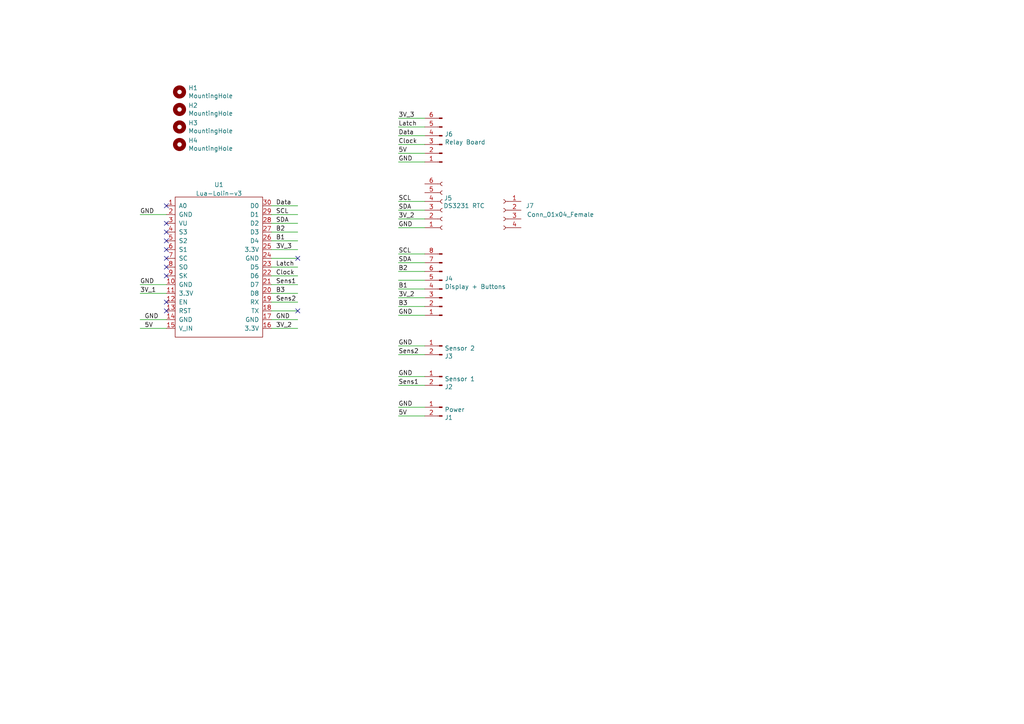
<source format=kicad_sch>
(kicad_sch (version 20211123) (generator eeschema)
  (paper "A4")
  (lib_symbols
    (symbol "Connector:Conn_01x02_Male" (pin_names (offset 1.016) hide)
      (property "Reference" "J" (at 0 2.54 0))
      (property "Value" "Conn_01x02_Male" (at 0 -5.08 0))
      (symbol "Conn_01x02_Male_1_1"
        (polyline (pts (xy 1.27 -2.54) (xy 0.8636 -2.54)) (stroke (width 0.1524)))
        (polyline (pts (xy 1.27 0) (xy 0.8636 0)) (stroke (width 0.1524)))
        (rectangle (start 0.8636 -2.413) (end 0 -2.667) (stroke (width 0.1524)) (fill (type outline)))
        (rectangle (start 0.8636 0.127) (end 0 -0.127) (stroke (width 0.1524)) (fill (type outline)))
        (pin passive line (at 5.08 0 180) (length 3.81) (name "Pin_1") (number "1"))
        (pin passive line (at 5.08 -2.54 180) (length 3.81) (name "Pin_2") (number "2"))
      )
    )
    (symbol "Connector:Conn_01x04_Female" (pin_names (offset 1.016) hide)
      (property "Reference" "J" (at 0 5.08 0))
      (property "Value" "Conn_01x04_Female" (at 0 -7.62 0))
      (symbol "Conn_01x04_Female_1_1"
        (arc (start 0 -4.572) (mid -0.508 -5.08) (end 0 -5.588) (stroke (width 0.1524)))
        (arc (start 0 -2.032) (mid -0.508 -2.54) (end 0 -3.048) (stroke (width 0.1524)))
        (polyline (pts (xy -1.27 -5.08) (xy -0.508 -5.08)) (stroke (width 0.1524)))
        (polyline (pts (xy -1.27 -2.54) (xy -0.508 -2.54)) (stroke (width 0.1524)))
        (polyline (pts (xy -1.27 0) (xy -0.508 0)) (stroke (width 0.1524)))
        (polyline (pts (xy -1.27 2.54) (xy -0.508 2.54)) (stroke (width 0.1524)))
        (arc (start 0 0.508) (mid -0.508 0) (end 0 -0.508) (stroke (width 0.1524)))
        (arc (start 0 3.048) (mid -0.508 2.54) (end 0 2.032) (stroke (width 0.1524)))
        (pin passive line (at -5.08 2.54 0) (length 3.81) (name "Pin_1") (number "1"))
        (pin passive line (at -5.08 0 0) (length 3.81) (name "Pin_2") (number "2"))
        (pin passive line (at -5.08 -2.54 0) (length 3.81) (name "Pin_3") (number "3"))
        (pin passive line (at -5.08 -5.08 0) (length 3.81) (name "Pin_4") (number "4"))
      )
    )
    (symbol "Connector:Conn_01x06_Female" (pin_names (offset 1.016) hide)
      (property "Reference" "J" (at 0 7.62 0))
      (property "Value" "Conn_01x06_Female" (at 0 -10.16 0))
      (symbol "Conn_01x06_Female_1_1"
        (arc (start 0 -7.112) (mid -0.508 -7.62) (end 0 -8.128) (stroke (width 0.1524)))
        (arc (start 0 -4.572) (mid -0.508 -5.08) (end 0 -5.588) (stroke (width 0.1524)))
        (arc (start 0 -2.032) (mid -0.508 -2.54) (end 0 -3.048) (stroke (width 0.1524)))
        (polyline (pts (xy -1.27 -7.62) (xy -0.508 -7.62)) (stroke (width 0.1524)))
        (polyline (pts (xy -1.27 -5.08) (xy -0.508 -5.08)) (stroke (width 0.1524)))
        (polyline (pts (xy -1.27 -2.54) (xy -0.508 -2.54)) (stroke (width 0.1524)))
        (polyline (pts (xy -1.27 0) (xy -0.508 0)) (stroke (width 0.1524)))
        (polyline (pts (xy -1.27 2.54) (xy -0.508 2.54)) (stroke (width 0.1524)))
        (polyline (pts (xy -1.27 5.08) (xy -0.508 5.08)) (stroke (width 0.1524)))
        (arc (start 0 0.508) (mid -0.508 0) (end 0 -0.508) (stroke (width 0.1524)))
        (arc (start 0 3.048) (mid -0.508 2.54) (end 0 2.032) (stroke (width 0.1524)))
        (arc (start 0 5.588) (mid -0.508 5.08) (end 0 4.572) (stroke (width 0.1524)))
        (pin passive line (at -5.08 5.08 0) (length 3.81) (name "Pin_1") (number "1"))
        (pin passive line (at -5.08 2.54 0) (length 3.81) (name "Pin_2") (number "2"))
        (pin passive line (at -5.08 0 0) (length 3.81) (name "Pin_3") (number "3"))
        (pin passive line (at -5.08 -2.54 0) (length 3.81) (name "Pin_4") (number "4"))
        (pin passive line (at -5.08 -5.08 0) (length 3.81) (name "Pin_5") (number "5"))
        (pin passive line (at -5.08 -7.62 0) (length 3.81) (name "Pin_6") (number "6"))
      )
    )
    (symbol "Connector:Conn_01x06_Male" (pin_names (offset 1.016) hide)
      (property "Reference" "J" (at 0 7.62 0))
      (property "Value" "Conn_01x06_Male" (at 0 -10.16 0))
      (symbol "Conn_01x06_Male_1_1"
        (polyline (pts (xy 1.27 -7.62) (xy 0.8636 -7.62)) (stroke (width 0.1524)))
        (polyline (pts (xy 1.27 -5.08) (xy 0.8636 -5.08)) (stroke (width 0.1524)))
        (polyline (pts (xy 1.27 -2.54) (xy 0.8636 -2.54)) (stroke (width 0.1524)))
        (polyline (pts (xy 1.27 0) (xy 0.8636 0)) (stroke (width 0.1524)))
        (polyline (pts (xy 1.27 2.54) (xy 0.8636 2.54)) (stroke (width 0.1524)))
        (polyline (pts (xy 1.27 5.08) (xy 0.8636 5.08)) (stroke (width 0.1524)))
        (rectangle (start 0.8636 -7.493) (end 0 -7.747) (stroke (width 0.1524)) (fill (type outline)))
        (rectangle (start 0.8636 -4.953) (end 0 -5.207) (stroke (width 0.1524)) (fill (type outline)))
        (rectangle (start 0.8636 -2.413) (end 0 -2.667) (stroke (width 0.1524)) (fill (type outline)))
        (rectangle (start 0.8636 0.127) (end 0 -0.127) (stroke (width 0.1524)) (fill (type outline)))
        (rectangle (start 0.8636 2.667) (end 0 2.413) (stroke (width 0.1524)) (fill (type outline)))
        (rectangle (start 0.8636 5.207) (end 0 4.953) (stroke (width 0.1524)) (fill (type outline)))
        (pin passive line (at 5.08 5.08 180) (length 3.81) (name "Pin_1") (number "1"))
        (pin passive line (at 5.08 2.54 180) (length 3.81) (name "Pin_2") (number "2"))
        (pin passive line (at 5.08 0 180) (length 3.81) (name "Pin_3") (number "3"))
        (pin passive line (at 5.08 -2.54 180) (length 3.81) (name "Pin_4") (number "4"))
        (pin passive line (at 5.08 -5.08 180) (length 3.81) (name "Pin_5") (number "5"))
        (pin passive line (at 5.08 -7.62 180) (length 3.81) (name "Pin_6") (number "6"))
      )
    )
    (symbol "Connector:Conn_01x08_Male" (pin_names (offset 1.016) hide)
      (property "Reference" "J" (at 0 10.16 0))
      (property "Value" "Conn_01x08_Male" (at 0 -12.7 0))
      (symbol "Conn_01x08_Male_1_1"
        (polyline (pts (xy 1.27 -10.16) (xy 0.8636 -10.16)) (stroke (width 0.1524)))
        (polyline (pts (xy 1.27 -7.62) (xy 0.8636 -7.62)) (stroke (width 0.1524)))
        (polyline (pts (xy 1.27 -5.08) (xy 0.8636 -5.08)) (stroke (width 0.1524)))
        (polyline (pts (xy 1.27 -2.54) (xy 0.8636 -2.54)) (stroke (width 0.1524)))
        (polyline (pts (xy 1.27 0) (xy 0.8636 0)) (stroke (width 0.1524)))
        (polyline (pts (xy 1.27 2.54) (xy 0.8636 2.54)) (stroke (width 0.1524)))
        (polyline (pts (xy 1.27 5.08) (xy 0.8636 5.08)) (stroke (width 0.1524)))
        (polyline (pts (xy 1.27 7.62) (xy 0.8636 7.62)) (stroke (width 0.1524)))
        (rectangle (start 0.8636 -10.033) (end 0 -10.287) (stroke (width 0.1524)) (fill (type outline)))
        (rectangle (start 0.8636 -7.493) (end 0 -7.747) (stroke (width 0.1524)) (fill (type outline)))
        (rectangle (start 0.8636 -4.953) (end 0 -5.207) (stroke (width 0.1524)) (fill (type outline)))
        (rectangle (start 0.8636 -2.413) (end 0 -2.667) (stroke (width 0.1524)) (fill (type outline)))
        (rectangle (start 0.8636 0.127) (end 0 -0.127) (stroke (width 0.1524)) (fill (type outline)))
        (rectangle (start 0.8636 2.667) (end 0 2.413) (stroke (width 0.1524)) (fill (type outline)))
        (rectangle (start 0.8636 5.207) (end 0 4.953) (stroke (width 0.1524)) (fill (type outline)))
        (rectangle (start 0.8636 7.747) (end 0 7.493) (stroke (width 0.1524)) (fill (type outline)))
        (pin passive line (at 5.08 7.62 180) (length 3.81) (name "Pin_1") (number "1"))
        (pin passive line (at 5.08 5.08 180) (length 3.81) (name "Pin_2") (number "2"))
        (pin passive line (at 5.08 2.54 180) (length 3.81) (name "Pin_3") (number "3"))
        (pin passive line (at 5.08 0 180) (length 3.81) (name "Pin_4") (number "4"))
        (pin passive line (at 5.08 -2.54 180) (length 3.81) (name "Pin_5") (number "5"))
        (pin passive line (at 5.08 -5.08 180) (length 3.81) (name "Pin_6") (number "6"))
        (pin passive line (at 5.08 -7.62 180) (length 3.81) (name "Pin_7") (number "7"))
        (pin passive line (at 5.08 -10.16 180) (length 3.81) (name "Pin_8") (number "8"))
      )
    )
    (symbol "Lua-Lolin-v3:Lua-Lolin-v3" (pin_names (offset 1.016))
      (property "Reference" "U1" (at 0 -15.24 0))
      (property "Value" "Lua-Lolin-v3" (at 0 5.08 0))
      (symbol "Lua-Lolin-v3_0_1"
        (rectangle (start -12.7 20.32) (end 12.7 -20.32))
      )
      (symbol "Lua-Lolin-v3_1_1"
        (pin bidirectional line (at -15.24 17.78 0) (length 2.54) (name "A0") (number "1"))
        (pin power_in line (at -15.24 -5.08 0) (length 2.54) (name "GND") (number "10"))
        (pin power_out line (at -15.24 -7.62 0) (length 2.54) (name "3.3V") (number "11"))
        (pin input line (at -15.24 -10.16 0) (length 2.54) (name "EN") (number "12"))
        (pin input line (at -15.24 -12.7 0) (length 2.54) (name "RST") (number "13"))
        (pin power_in line (at -15.24 -15.24 0) (length 2.54) (name "GND") (number "14"))
        (pin power_in line (at -15.24 -17.78 0) (length 2.54) (name "V_IN") (number "15"))
        (pin power_out line (at 15.24 -17.78 180) (length 2.54) (name "3.3V") (number "16"))
        (pin power_in line (at 15.24 -15.24 180) (length 2.54) (name "GND") (number "17"))
        (pin output line (at 15.24 -12.7 180) (length 2.54) (name "TX") (number "18"))
        (pin input line (at 15.24 -10.16 180) (length 2.54) (name "RX") (number "19"))
        (pin power_in line (at -15.24 15.24 0) (length 2.54) (name "GND") (number "2"))
        (pin bidirectional line (at 15.24 -7.62 180) (length 2.54) (name "D8") (number "20"))
        (pin bidirectional line (at 15.24 -5.08 180) (length 2.54) (name "D7") (number "21"))
        (pin bidirectional line (at 15.24 -2.54 180) (length 2.54) (name "D6") (number "22"))
        (pin bidirectional line (at 15.24 0 180) (length 2.54) (name "D5") (number "23"))
        (pin power_in line (at 15.24 2.54 180) (length 2.54) (name "GND") (number "24"))
        (pin output line (at 15.24 5.08 180) (length 2.54) (name "3.3V") (number "25"))
        (pin bidirectional line (at 15.24 7.62 180) (length 2.54) (name "D4") (number "26"))
        (pin bidirectional line (at 15.24 10.16 180) (length 2.54) (name "D3") (number "27"))
        (pin bidirectional line (at 15.24 12.7 180) (length 2.54) (name "D2") (number "28"))
        (pin bidirectional line (at 15.24 15.24 180) (length 2.54) (name "D1") (number "29"))
        (pin power_in line (at -15.24 12.7 0) (length 2.54) (name "VU") (number "3"))
        (pin bidirectional line (at 15.24 17.78 180) (length 2.54) (name "D0") (number "30"))
        (pin bidirectional line (at -15.24 10.16 0) (length 2.54) (name "S3") (number "4"))
        (pin bidirectional line (at -15.24 7.62 0) (length 2.54) (name "S2") (number "5"))
        (pin bidirectional line (at -15.24 5.08 0) (length 2.54) (name "S1") (number "6"))
        (pin bidirectional line (at -15.24 2.54 0) (length 2.54) (name "SC") (number "7"))
        (pin bidirectional line (at -15.24 0 0) (length 2.54) (name "SO") (number "8"))
        (pin bidirectional line (at -15.24 -2.54 0) (length 2.54) (name "SK") (number "9"))
      )
    )
    (symbol "Mechanical:MountingHole" (pin_names (offset 1.016))
      (property "Reference" "H" (at 0 5.08 0))
      (property "Value" "MountingHole" (at 0 3.175 0))
      (symbol "MountingHole_0_1"
        (circle (center 0 0) (radius 1.27) (stroke (width 1.27)))
      )
    )
  )
  (no_connect (at 48.26 69.85))
  (no_connect (at 48.26 90.17))
  (no_connect (at 48.26 77.47))
  (no_connect (at 48.26 74.93))
  (no_connect (at 48.26 87.63))
  (no_connect (at 48.26 72.39))
  (no_connect (at 48.26 67.31))
  (no_connect (at 48.26 59.69))
  (no_connect (at 48.26 80.01))
  (no_connect (at 86.36 90.17))
  (no_connect (at 86.36 74.93))
  (no_connect (at 48.26 64.77))
  (wire (pts (xy 123.19 34.29) (xy 115.57 34.29)))
  (wire (pts (xy 123.19 88.9) (xy 115.57 88.9)))
  (wire (pts (xy 78.74 59.69) (xy 86.36 59.69)))
  (wire (pts (xy 123.19 120.65) (xy 115.57 120.65)))
  (wire (pts (xy 78.74 82.55) (xy 86.36 82.55)))
  (wire (pts (xy 123.19 44.45) (xy 115.57 44.45)))
  (wire (pts (xy 123.19 102.87) (xy 115.57 102.87)))
  (wire (pts (xy 78.74 90.17) (xy 86.36 90.17)))
  (wire (pts (xy 123.19 100.33) (xy 115.57 100.33)))
  (wire (pts (xy 48.26 82.55) (xy 40.64 82.55)))
  (wire (pts (xy 123.19 111.76) (xy 115.57 111.76)))
  (wire (pts (xy 86.36 64.77) (xy 78.74 64.77)))
  (wire (pts (xy 115.57 76.2) (xy 123.19 76.2)))
  (wire (pts (xy 48.26 85.09) (xy 40.64 85.09)))
  (wire (pts (xy 78.74 87.63) (xy 86.36 87.63)))
  (wire (pts (xy 115.57 91.44) (xy 123.19 91.44)))
  (wire (pts (xy 78.74 72.39) (xy 86.36 72.39)))
  (wire (pts (xy 78.74 95.25) (xy 86.36 95.25)))
  (wire (pts (xy 123.19 41.91) (xy 115.57 41.91)))
  (wire (pts (xy 78.74 85.09) (xy 86.36 85.09)))
  (wire (pts (xy 123.19 81.28) (xy 115.57 81.28)))
  (wire (pts (xy 123.19 118.11) (xy 115.57 118.11)))
  (wire (pts (xy 48.26 62.23) (xy 40.64 62.23)))
  (wire (pts (xy 123.19 39.37) (xy 115.57 39.37)))
  (wire (pts (xy 78.74 92.71) (xy 86.36 92.71)))
  (wire (pts (xy 78.74 69.85) (xy 86.36 69.85)))
  (wire (pts (xy 123.19 36.83) (xy 115.57 36.83)))
  (wire (pts (xy 123.19 86.36) (xy 115.57 86.36)))
  (wire (pts (xy 78.74 62.23) (xy 86.36 62.23)))
  (wire (pts (xy 115.57 78.74) (xy 123.19 78.74)))
  (wire (pts (xy 40.64 95.25) (xy 48.26 95.25)))
  (wire (pts (xy 123.19 66.04) (xy 115.57 66.04)))
  (wire (pts (xy 115.57 58.42) (xy 123.19 58.42)))
  (wire (pts (xy 123.19 60.96) (xy 115.57 60.96)))
  (wire (pts (xy 123.19 109.22) (xy 115.57 109.22)))
  (wire (pts (xy 123.19 63.5) (xy 115.57 63.5)))
  (wire (pts (xy 78.74 67.31) (xy 86.36 67.31)))
  (wire (pts (xy 40.64 92.71) (xy 48.26 92.71)))
  (wire (pts (xy 78.74 77.47) (xy 86.36 77.47)))
  (wire (pts (xy 78.74 74.93) (xy 86.36 74.93)))
  (wire (pts (xy 115.57 73.66) (xy 123.19 73.66)))
  (wire (pts (xy 123.19 46.99) (xy 115.57 46.99)))
  (wire (pts (xy 78.74 80.01) (xy 86.36 80.01)))
  (wire (pts (xy 123.19 83.82) (xy 115.57 83.82)))
  (label "Sens2" (at 115.57 102.87 0))
  (label "GND" (at 115.57 109.22 0))
  (label "3V_2" (at 80.01 95.25 0))
  (label "Clock" (at 80.01 80.01 0))
  (label "Sens2" (at 80.01 87.63 0))
  (label "SDA" (at 115.57 76.2 0))
  (label "B1" (at 80.01 69.85 0))
  (label "3V_1" (at 40.64 85.09 0))
  (label "Sens1" (at 80.01 82.55 0))
  (label "GND" (at 115.57 100.33 0))
  (label "3V_3" (at 80.01 72.39 0))
  (label "SDA" (at 115.57 60.96 0))
  (label "5V" (at 115.57 44.45 0))
  (label "3V_2" (at 115.57 86.36 0))
  (label "GND" (at 115.57 91.44 0))
  (label "Latch" (at 80.01 77.47 0))
  (label "B2" (at 115.57 78.74 0))
  (label "B3" (at 115.57 88.9 0))
  (label "3V_2" (at 115.57 63.5 0))
  (label "GND" (at 80.01 92.71 0))
  (label "SCL" (at 80.01 62.23 0))
  (label "SDA" (at 80.01 64.77 0))
  (label "GND" (at 115.57 118.11 0))
  (label "B1" (at 115.57 83.82 0))
  (label "Data" (at 80.01 59.69 0))
  (label "5V" (at 115.57 120.65 0))
  (label "Data" (at 115.57 39.37 0))
  (label "Sens1" (at 115.57 111.76 0))
  (label "SCL" (at 115.57 58.42 0))
  (label "Clock" (at 115.57 41.91 0))
  (label "B3" (at 80.01 85.09 0))
  (label "SCL" (at 115.57 73.66 0))
  (label "3V_3" (at 115.57 34.29 0))
  (label "GND" (at 115.57 46.99 0))
  (label "5V" (at 41.91 95.25 0))
  (label "GND" (at 115.57 66.04 0))
  (label "GND" (at 40.64 62.23 0))
  (label "GND" (at 41.91 92.71 0))
  (label "Latch" (at 115.57 36.83 0))
  (label "GND" (at 40.64 82.55 0))
  (label "B2" (at 80.01 67.31 0))
  (symbol (lib_id "Connector:Conn_01x02_Male") (at 128.27 118.11 0) (mirror y) (unit 1)
    (property "Reference" "J1" (at 128.9558 121.1072 0) (effects (justify right)))
    (property "Value" "Power" (at 128.9558 118.7958 0) (effects (justify right)))
    (property "Footprint" "Connector_JST:JST_XH_B2B-XH-A_1x02_P2.50mm_Vertical" (effects hide))
  )
  (symbol (lib_id "Connector:Conn_01x06_Male") (at 128.27 41.91 180) (unit 1)
    (property "Reference" "J6" (at 128.9812 38.9128 0) (effects (justify right)))
    (property "Value" "Relay Board" (at 128.9812 41.2242 0) (effects (justify right)))
    (property "Footprint" "Connector_IDC:IDC-Header_2x03_P2.54mm_Vertical" (effects hide))
  )
  (symbol (lib_id "Connector:Conn_01x08_Male") (at 128.27 83.82 180) (unit 1)
    (property "Reference" "J4" (at 128.9812 80.8228 0) (effects (justify right)))
    (property "Value" "Display + Buttons" (at 128.9812 83.1342 0) (effects (justify right)))
    (property "Footprint" "Connector_IDC:IDC-Header_2x04_P2.54mm_Vertical" (effects hide))
  )
  (symbol (lib_id "Connector:Conn_01x06_Female") (at 128.27 60.96 0) (mirror x) (unit 1)
    (property "Reference" "J5" (at 131.1656 57.4802 0) (effects (justify right)))
    (property "Value" "DS3231 RTC" (at 134.62 59.69 0))
    (property "Footprint" "Connector_PinHeader_2.54mm:PinHeader_1x06_P2.54mm_Vertical" (effects hide))
  )
  (symbol (lib_id "Connector:Conn_01x04_Female") (at 146.05 60.96 0) (mirror y) (unit 1)
    (property "Reference" "J7" (at 153.67 59.69 0))
    (property "Value" "Conn_01x04_Female" (at 162.56 62.23 0))
    (property "Footprint" "Connector_PinHeader_2.54mm:PinHeader_1x04_P2.54mm_Vertical" (effects hide))
  )
  (symbol (lib_id "Connector:Conn_01x02_Male") (at 128.27 109.22 0) (mirror y) (unit 1)
    (property "Reference" "J2" (at 128.9558 112.2172 0) (effects (justify right)))
    (property "Value" "Sensor 1" (at 128.9558 109.9058 0) (effects (justify right)))
    (property "Footprint" "Connector_JST:JST_XH_B2B-XH-A_1x02_P2.50mm_Vertical" (effects hide))
  )
  (symbol (lib_id "Connector:Conn_01x02_Male") (at 128.27 100.33 0) (mirror y) (unit 1)
    (property "Reference" "J3" (at 128.9558 103.3272 0) (effects (justify right)))
    (property "Value" "Sensor 2" (at 128.9558 101.0158 0) (effects (justify right)))
    (property "Footprint" "Connector_JST:JST_XH_B2B-XH-A_1x02_P2.50mm_Vertical" (effects hide))
  )
  (symbol (lib_id "Mechanical:MountingHole") (at 52.07 26.67 0) (unit 1)
    (property "Reference" "H1" (at 54.61 25.5016 0) (effects (justify left)))
    (property "Value" "MountingHole" (at 54.61 27.813 0) (effects (justify left)))
    (property "Footprint" "MountingHole:MountingHole_3.2mm_M3_DIN965_Pad" (effects hide))
  )
  (symbol (lib_id "Mechanical:MountingHole") (at 52.07 31.75 0) (unit 1)
    (property "Reference" "H2" (at 54.61 30.5816 0) (effects (justify left)))
    (property "Value" "MountingHole" (at 54.61 32.893 0) (effects (justify left)))
    (property "Footprint" "MountingHole:MountingHole_3.2mm_M3_DIN965_Pad" (effects hide))
  )
  (symbol (lib_id "Mechanical:MountingHole") (at 52.07 36.83 0) (unit 1)
    (property "Reference" "H3" (at 54.61 35.6616 0) (effects (justify left)))
    (property "Value" "MountingHole" (at 54.61 37.973 0) (effects (justify left)))
    (property "Footprint" "MountingHole:MountingHole_3.2mm_M3_DIN965_Pad" (effects hide))
  )
  (symbol (lib_id "Mechanical:MountingHole") (at 52.07 41.91 0) (unit 1)
    (property "Reference" "H4" (at 54.61 40.7416 0) (effects (justify left)))
    (property "Value" "MountingHole" (at 54.61 43.053 0) (effects (justify left)))
    (property "Footprint" "MountingHole:MountingHole_3.2mm_M3_DIN965_Pad" (effects hide))
  )
  (symbol (lib_id "Lua-Lolin-v3:Lua-Lolin-v3") (at 63.5 77.47 0) (unit 1)
    (property "Reference" "U1" (at 63.5 53.5772 0))
    (property "Value" "Lua-Lolin-v3" (at 63.5 56.1141 0))
  )
)
</source>
